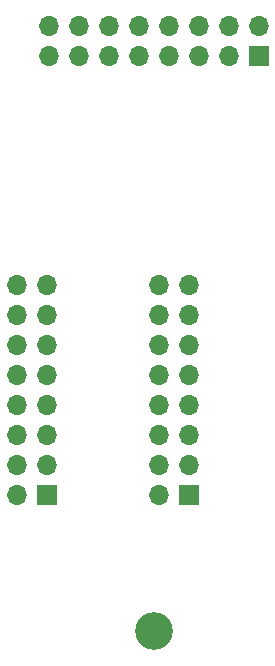
<source format=gbs>
%TF.GenerationSoftware,KiCad,Pcbnew,(5.1.9)-1*%
%TF.CreationDate,2021-08-11T21:42:47+01:00*%
%TF.ProjectId,Keymatrix,4b65796d-6174-4726-9978-2e6b69636164,rev?*%
%TF.SameCoordinates,Original*%
%TF.FileFunction,Soldermask,Bot*%
%TF.FilePolarity,Negative*%
%FSLAX46Y46*%
G04 Gerber Fmt 4.6, Leading zero omitted, Abs format (unit mm)*
G04 Created by KiCad (PCBNEW (5.1.9)-1) date 2021-08-11 21:42:47*
%MOMM*%
%LPD*%
G01*
G04 APERTURE LIST*
%ADD10O,1.700000X1.700000*%
%ADD11R,1.700000X1.700000*%
%ADD12C,3.200000*%
G04 APERTURE END LIST*
D10*
%TO.C,J1*%
X22890000Y-45720000D03*
X25430000Y-45720000D03*
X22890000Y-48260000D03*
X25430000Y-48260000D03*
X22890000Y-50800000D03*
X25430000Y-50800000D03*
X22890000Y-53340000D03*
X25430000Y-53340000D03*
X22890000Y-55880000D03*
X25430000Y-55880000D03*
X22890000Y-58420000D03*
X25430000Y-58420000D03*
X22890000Y-60960000D03*
X25430000Y-60960000D03*
X22890000Y-63500000D03*
D11*
X25430000Y-63500000D03*
%TD*%
D10*
%TO.C,J2*%
X34955000Y-45720000D03*
X37495000Y-45720000D03*
X34955000Y-48260000D03*
X37495000Y-48260000D03*
X34955000Y-50800000D03*
X37495000Y-50800000D03*
X34955000Y-53340000D03*
X37495000Y-53340000D03*
X34955000Y-55880000D03*
X37495000Y-55880000D03*
X34955000Y-58420000D03*
X37495000Y-58420000D03*
X34955000Y-60960000D03*
X37495000Y-60960000D03*
X34955000Y-63500000D03*
D11*
X37495000Y-63500000D03*
%TD*%
D12*
%TO.C,REF\u002A\u002A*%
X34500000Y-75000000D03*
%TD*%
D10*
%TO.C,J3*%
X25610000Y-23730000D03*
X25610000Y-26270000D03*
X28150000Y-23730000D03*
X28150000Y-26270000D03*
X30690000Y-23730000D03*
X30690000Y-26270000D03*
X33230000Y-23730000D03*
X33230000Y-26270000D03*
X35770000Y-23730000D03*
X35770000Y-26270000D03*
X38310000Y-23730000D03*
X38310000Y-26270000D03*
X40850000Y-23730000D03*
X40850000Y-26270000D03*
X43390000Y-23730000D03*
D11*
X43390000Y-26270000D03*
%TD*%
M02*

</source>
